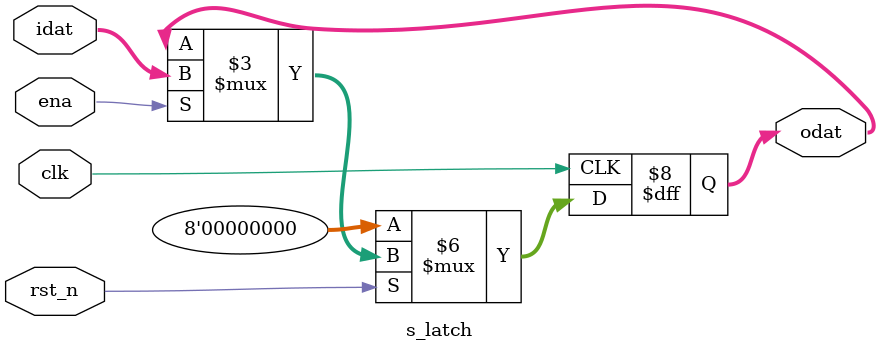
<source format=v>

module s_latch
    (
     clk,
     rst_n,
     ena,
     idat,
     odat
     );

////////////////////////////////////////////////////////////////////////////////
// Parameter declarations
parameter           SIZE = 8;
parameter           RST_VAL = {SIZE{1'b0}};

////////////////////////////////////////////////////////////////////////////////
// Port declarations
input               clk;
input               rst_n;
input               ena;
input [SIZE-1:0]    idat;
output [SIZE-1:0]   odat;

////////////////////////////////////////////////////////////////////////////////
// Local logic and instantiation
reg [SIZE-1:0]      odat;
always @(posedge clk)
    begin
    if (!rst_n)     odat <= RST_VAL;
    else if (ena)   odat <= idat;
    end

endmodule 

</source>
